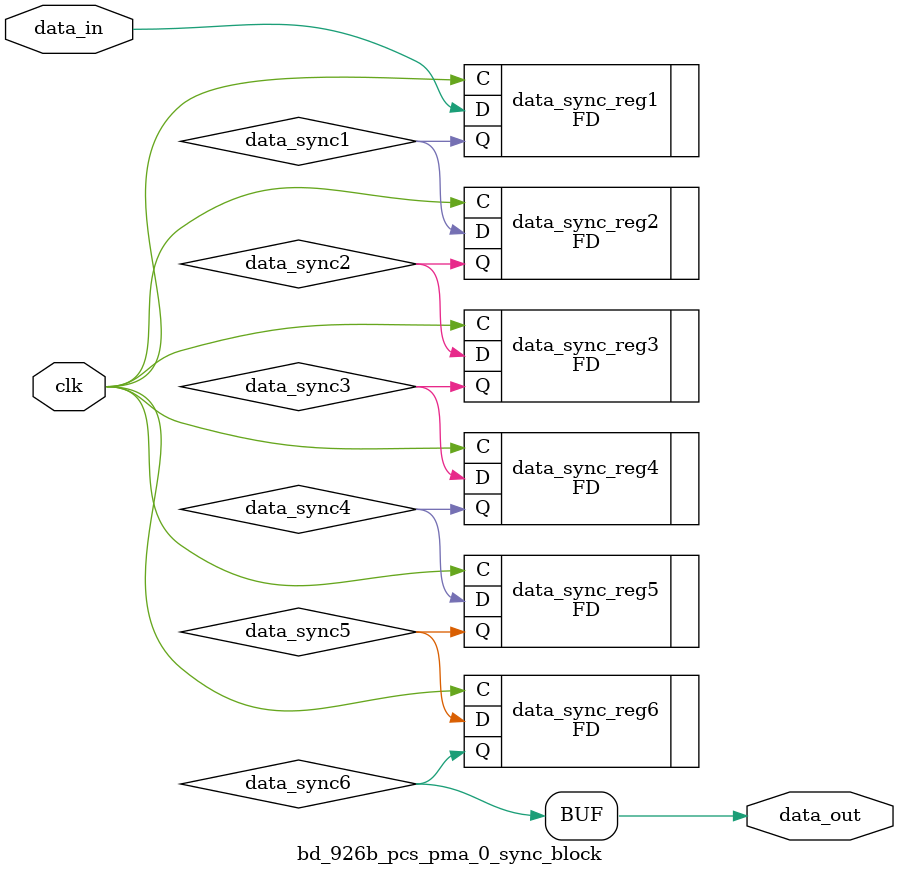
<source format=v>

`timescale 1ps / 1ps

module bd_926b_pcs_pma_0_sync_block #(
  parameter INITIALISE = 2'b00
)
(
  input        clk,              // clock to be sync'ed to
  input        data_in,          // Data to be 'synced'
  output       data_out          // synced data
);

  // Internal Signals
  wire data_sync1;
  wire data_sync2;
  wire data_sync3;
  wire data_sync4;
  wire data_sync5;
  wire data_sync6;


  (* shreg_extract = "no", ASYNC_REG = "TRUE" *)
  FD #(
    .INIT (INITIALISE[0])
  ) data_sync_reg1 (
    .C  (clk),
    .D  (data_in),
    .Q  (data_sync1)
  );


  (* shreg_extract = "no", ASYNC_REG = "TRUE" *)
  FD #(
   .INIT (INITIALISE[1])
  ) data_sync_reg2 (
  .C  (clk),
  .D  (data_sync1),
  .Q  (data_sync2)
  );


  (* shreg_extract = "no", ASYNC_REG = "TRUE" *)
  FD #(
   .INIT (INITIALISE[1])
  ) data_sync_reg3 (
  .C  (clk),
  .D  (data_sync2),
  .Q  (data_sync3)
  );

  (* shreg_extract = "no", ASYNC_REG = "TRUE" *)
  FD #(
   .INIT (INITIALISE[1])
  ) data_sync_reg4 (
  .C  (clk),
  .D  (data_sync3),
  .Q  (data_sync4)
  );

  (* shreg_extract = "no", ASYNC_REG = "TRUE" *)
  FD #(
   .INIT (INITIALISE[1])
  ) data_sync_reg5 (
  .C  (clk),
  .D  (data_sync4),
  .Q  (data_sync5)
  );

  (* shreg_extract = "no", ASYNC_REG = "TRUE" *)
  FD #(
   .INIT (INITIALISE[1])
  ) data_sync_reg6 (
  .C  (clk),
  .D  (data_sync5),
  .Q  (data_sync6)
  );
  assign data_out = data_sync6;


endmodule



</source>
